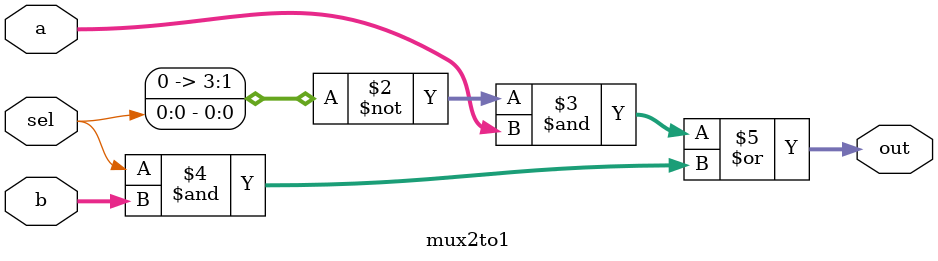
<source format=v>
module basic_gates (
    input a, b, output [6:0] y
);
  mux2to1 not_gate(.out(y[0]), .sel(a), .a(1), .b(0));  
  mux2to1 and_gate(.out(y[1]), .sel(a), .a(0), .b(b));
  mux2to1 or_gate(.out(y[2]), .sel(a), .a(b), .b(1));
  mux2to1 nand_gate(.out(y[3]), .sel(a), .a(1), .b(~b));
  mux2to1 nor_gate(.out(y[4]), .sel(a), .a(~b), .b(0));
  mux2to1 exor_gate(.out(y[5]), .sel(a), .a(b), .b(~b));
  mux2to1 exnor_gate(.out(y[6]), .sel(a), .a(~b), .b(b));
endmodule

module mux2to1 (
    input [3:0] a, input [3:0] b, input sel, output [3:0] out
);
    assign out = (~sel & a) | (sel & b);
endmodule
</source>
